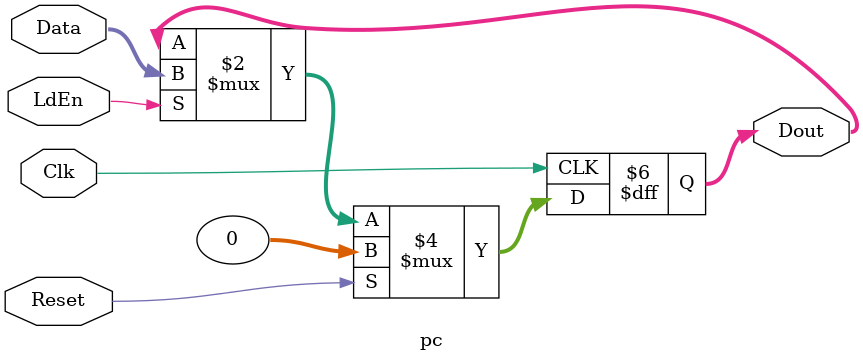
<source format=v>
`timescale 1ns / 1ps
module pc(
	input [31:0] Data,
	input Clk,
	input Reset,
	input LdEn,
	output reg [31:0] Dout
	);
	
	always@(posedge Clk) begin
		if (LdEn) begin
			Dout <= Data;
		end
		
		if(Reset) begin
			Dout <= 0;
		end
		
	end
	
endmodule

</source>
